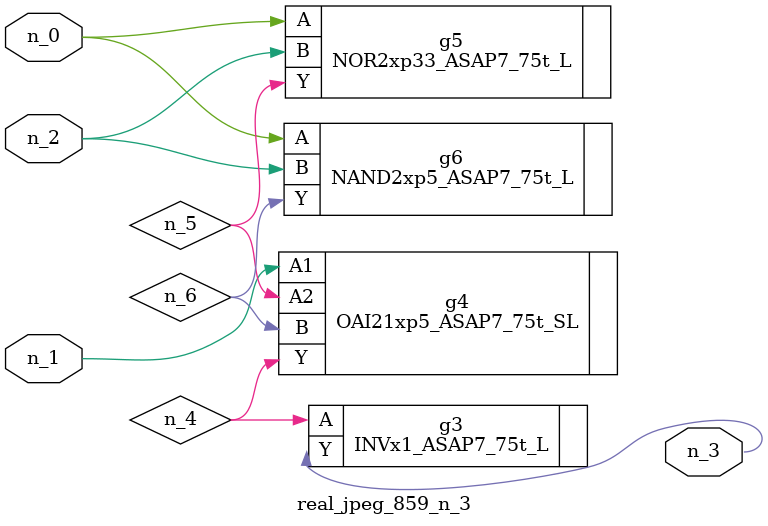
<source format=v>
module real_jpeg_859_n_3 (n_1, n_0, n_2, n_3);

input n_1;
input n_0;
input n_2;

output n_3;

wire n_5;
wire n_4;
wire n_6;

NOR2xp33_ASAP7_75t_L g5 ( 
.A(n_0),
.B(n_2),
.Y(n_5)
);

NAND2xp5_ASAP7_75t_L g6 ( 
.A(n_0),
.B(n_2),
.Y(n_6)
);

OAI21xp5_ASAP7_75t_SL g4 ( 
.A1(n_1),
.A2(n_5),
.B(n_6),
.Y(n_4)
);

INVx1_ASAP7_75t_L g3 ( 
.A(n_4),
.Y(n_3)
);


endmodule
</source>
